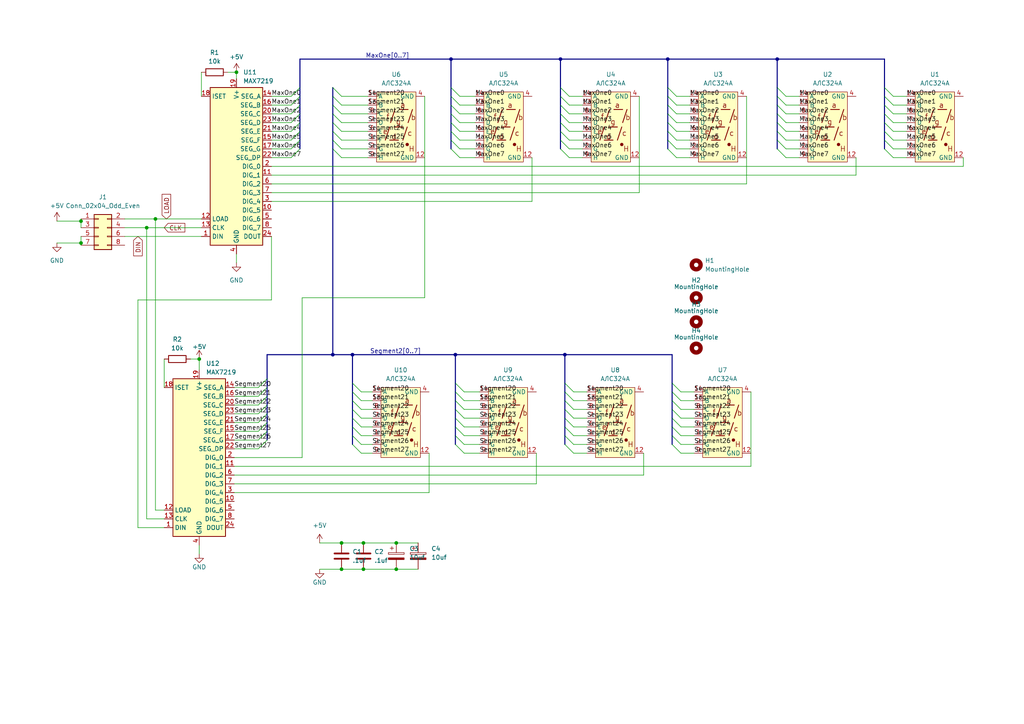
<source format=kicad_sch>
(kicad_sch (version 20230121) (generator eeschema)
  (paper "A4")
  (lib_symbols
    (symbol "ALS324A:ALS324A"
      (property "Reference" "U" (at 0 11.43 0))
      (property "Value" "АЛС324А" (at 0 8.89 0))
      (symbol "ALS324A_0_0"
        (polyline (pts (xy -2.54 -6.35) (xy -1.27 -2.54)) (stroke (width 0.254)))
        (polyline (pts (xy -1.27 -6.35) (xy 1.27 -6.35)) (stroke (width 0.254)))
        (polyline (pts (xy -1.016 -1.27) (xy 0.254 2.54)) (stroke (width 0.254)))
        (polyline (pts (xy 0 -2.54) (xy 2.54 -2.54)) (stroke (width 0.254)))
        (polyline (pts (xy 1.524 2.54) (xy 4.064 2.54)) (stroke (width 0.254)))
        (polyline (pts (xy 2.54 -6.35) (xy 3.81 -2.54)) (stroke (width 0.254)))
        (polyline (pts (xy 4.064 -1.27) (xy 5.334 2.54)) (stroke (width 0.254)))
        (text "a" (at 2.54 3.81 0) (effects (font (size 1.524 1.524))))
        (text "b" (at 5.588 0.254 0) (effects (font (size 1.524 1.524))))
        (text "c" (at 4.572 -4.318 0) (effects (font (size 1.524 1.524))))
        (text "d" (at 0 -5.334 0) (effects (font (size 1.524 1.524))))
        (text "f" (at -1.778 0.508 0) (effects (font (size 1.524 1.524))))
        (text "g" (at 1.27 -1.016 0) (effects (font (size 1.524 1.524))))
      )
      (symbol "ALS324A_0_1"
        (circle (center 3.81 -7.62) (radius 0.3556) (stroke (width 0.254)) (fill (type outline)))
      )
      (symbol "ALS324A_1_0"
        (text "e" (at -2.54 -3.81 0) (effects (font (size 1.524 1.524))))
        (text "H" (at 5.08 -8.89 0) (effects (font (size 1.524 1.524))))
      )
      (symbol "ALS324A_1_1"
        (rectangle (start -5.08 7.62) (end 6.35 -12.7) (fill (type background)))
        (pin input line (at -7.62 -6.35 0) (length 2.54) (name "F") (number "1"))
        (pin input line (at 8.89 -11.43 180) (length 2.54) (name "GND") (number "12"))
        (pin input line (at -7.62 3.81 0) (length 2.54) (name "B") (number "13"))
        (pin input line (at -7.62 6.35 0) (length 2.54) (name "A") (number "14"))
        (pin input line (at -7.62 -8.89 0) (length 2.54) (name "G") (number "2"))
        (pin input line (at 8.89 6.35 180) (length 2.54) (name "GND") (number "4"))
        (pin input line (at -7.62 -3.81 0) (length 2.54) (name "E") (number "6"))
        (pin input line (at -7.62 -1.27 0) (length 2.54) (name "D") (number "7"))
        (pin input line (at -7.62 1.27 0) (length 2.54) (name "C") (number "8"))
        (pin input line (at -7.62 -11.43 0) (length 2.54) (name "H") (number "9"))
      )
    )
    (symbol "Connector_Generic:Conn_02x04_Odd_Even" (pin_names (offset 1.016) hide)
      (property "Reference" "J" (at 1.27 5.08 0))
      (property "Value" "Conn_02x04_Odd_Even" (at 1.27 -7.62 0))
      (symbol "Conn_02x04_Odd_Even_1_1"
        (rectangle (start -1.27 -4.953) (end 0 -5.207) (stroke (width 0.1524)))
        (rectangle (start -1.27 -2.413) (end 0 -2.667) (stroke (width 0.1524)))
        (rectangle (start -1.27 0.127) (end 0 -0.127) (stroke (width 0.1524)))
        (rectangle (start -1.27 2.667) (end 0 2.413) (stroke (width 0.1524)))
        (rectangle (start -1.27 3.81) (end 3.81 -6.35) (stroke (width 0.254)) (fill (type background)))
        (rectangle (start 3.81 -4.953) (end 2.54 -5.207) (stroke (width 0.1524)))
        (rectangle (start 3.81 -2.413) (end 2.54 -2.667) (stroke (width 0.1524)))
        (rectangle (start 3.81 0.127) (end 2.54 -0.127) (stroke (width 0.1524)))
        (rectangle (start 3.81 2.667) (end 2.54 2.413) (stroke (width 0.1524)))
        (pin passive line (at -5.08 2.54 0) (length 3.81) (name "Pin_1") (number "1"))
        (pin passive line (at 7.62 2.54 180) (length 3.81) (name "Pin_2") (number "2"))
        (pin passive line (at -5.08 0 0) (length 3.81) (name "Pin_3") (number "3"))
        (pin passive line (at 7.62 0 180) (length 3.81) (name "Pin_4") (number "4"))
        (pin passive line (at -5.08 -2.54 0) (length 3.81) (name "Pin_5") (number "5"))
        (pin passive line (at 7.62 -2.54 180) (length 3.81) (name "Pin_6") (number "6"))
        (pin passive line (at -5.08 -5.08 0) (length 3.81) (name "Pin_7") (number "7"))
        (pin passive line (at 7.62 -5.08 180) (length 3.81) (name "Pin_8") (number "8"))
      )
    )
    (symbol "Device:C" (pin_numbers hide) (pin_names (offset 0.254))
      (property "Reference" "C" (at 0.635 2.54 0))
      (property "Value" "C" (at 0.635 -2.54 0))
      (symbol "C_0_1"
        (polyline (pts (xy -2.032 -0.762) (xy 2.032 -0.762)) (stroke (width 0.508)))
        (polyline (pts (xy -2.032 0.762) (xy 2.032 0.762)) (stroke (width 0.508)))
      )
      (symbol "C_1_1"
        (pin passive line (at 0 3.81 270) (length 2.794) (name "~") (number "1"))
        (pin passive line (at 0 -3.81 90) (length 2.794) (name "~") (number "2"))
      )
    )
    (symbol "Device:C_Polarized" (pin_numbers hide) (pin_names (offset 0.254))
      (property "Reference" "C" (at 0.635 2.54 0))
      (property "Value" "C_Polarized" (at 0.635 -2.54 0))
      (symbol "C_Polarized_0_1"
        (rectangle (start -2.286 0.508) (end 2.286 1.016))
        (polyline (pts (xy -1.778 2.286) (xy -0.762 2.286)))
        (polyline (pts (xy -1.27 2.794) (xy -1.27 1.778)))
        (rectangle (start 2.286 -0.508) (end -2.286 -1.016) (fill (type outline)))
      )
      (symbol "C_Polarized_1_1"
        (pin passive line (at 0 3.81 270) (length 2.794) (name "~") (number "1"))
        (pin passive line (at 0 -3.81 90) (length 2.794) (name "~") (number "2"))
      )
    )
    (symbol "Device:R" (pin_numbers hide) (pin_names (offset 0))
      (property "Reference" "R" (at 2.032 0 90))
      (property "Value" "R" (at 0 0 90))
      (symbol "R_0_1"
        (rectangle (start -1.016 -2.54) (end 1.016 2.54) (stroke (width 0.254)))
      )
      (symbol "R_1_1"
        (pin passive line (at 0 3.81 270) (length 1.27) (name "~") (number "1"))
        (pin passive line (at 0 -3.81 90) (length 1.27) (name "~") (number "2"))
      )
    )
    (symbol "Driver_LED:MAX7219"
      (property "Reference" "U" (at -6.35 24.13 0))
      (property "Value" "MAX7219" (at 1.27 25.4 0))
      (symbol "MAX7219_0_1"
        (rectangle (start -7.62 22.86) (end 7.62 -22.86) (stroke (width 0.254)) (fill (type background)))
      )
      (symbol "MAX7219_1_1"
        (pin input line (at -10.16 -20.32 0) (length 2.54) (name "DIN") (number "1"))
        (pin output line (at 10.16 -12.7 180) (length 2.54) (name "DIG_5") (number "10"))
        (pin output line (at 10.16 -2.54 180) (length 2.54) (name "DIG_1") (number "11"))
        (pin input line (at -10.16 -15.24 0) (length 2.54) (name "LOAD") (number "12"))
        (pin input line (at -10.16 -17.78 0) (length 2.54) (name "CLK") (number "13"))
        (pin output line (at 10.16 20.32 180) (length 2.54) (name "SEG_A") (number "14"))
        (pin output line (at 10.16 7.62 180) (length 2.54) (name "SEG_F") (number "15"))
        (pin output line (at 10.16 17.78 180) (length 2.54) (name "SEG_B") (number "16"))
        (pin output line (at 10.16 5.08 180) (length 2.54) (name "SEG_G") (number "17"))
        (pin input line (at -10.16 20.32 0) (length 2.54) (name "ISET") (number "18"))
        (pin power_in line (at 0 25.4 270) (length 2.54) (name "V+") (number "19"))
        (pin output line (at 10.16 0 180) (length 2.54) (name "DIG_0") (number "2"))
        (pin output line (at 10.16 15.24 180) (length 2.54) (name "SEG_C") (number "20"))
        (pin output line (at 10.16 10.16 180) (length 2.54) (name "SEG_E") (number "21"))
        (pin output line (at 10.16 2.54 180) (length 2.54) (name "SEG_DP") (number "22"))
        (pin output line (at 10.16 12.7 180) (length 2.54) (name "SEG_D") (number "23"))
        (pin output line (at 10.16 -20.32 180) (length 2.54) (name "DOUT") (number "24"))
        (pin output line (at 10.16 -10.16 180) (length 2.54) (name "DIG_4") (number "3"))
        (pin power_in line (at 0 -25.4 90) (length 2.54) (name "GND") (number "4"))
        (pin output line (at 10.16 -15.24 180) (length 2.54) (name "DIG_6") (number "5"))
        (pin output line (at 10.16 -5.08 180) (length 2.54) (name "DIG_2") (number "6"))
        (pin output line (at 10.16 -7.62 180) (length 2.54) (name "DIG_3") (number "7"))
        (pin output line (at 10.16 -17.78 180) (length 2.54) (name "DIG_7") (number "8"))
        (pin passive line (at 0 -25.4 90) (length 2.54) hide (name "GND") (number "9"))
      )
    )
    (symbol "Mechanical:MountingHole" (pin_names (offset 1.016))
      (property "Reference" "H" (at 0 5.08 0))
      (property "Value" "MountingHole" (at 0 3.175 0))
      (symbol "MountingHole_0_1"
        (circle (center 0 0) (radius 1.27) (stroke (width 1.27)))
      )
    )
    (symbol "power:+5V" (power) (pin_names (offset 0))
      (property "Value" "+5V" (at 0 3.556 0))
      (symbol "+5V_0_1"
        (polyline (pts (xy -0.762 1.27) (xy 0 2.54)))
        (polyline (pts (xy 0 0) (xy 0 2.54)))
        (polyline (pts (xy 0 2.54) (xy 0.762 1.27)))
      )
      (symbol "+5V_1_1"
        (pin power_in line (at 0 0 90) (length 0) hide (name "+5V") (number "1"))
      )
    )
    (symbol "power:GND" (power) (pin_names (offset 0))
      (property "Value" "GND" (at 0 -3.81 0))
      (symbol "GND_0_1"
        (polyline (pts (xy 0 0) (xy 0 -1.27) (xy 1.27 -1.27) (xy 0 -2.54) (xy -1.27 -1.27) (xy 0 -1.27)))
      )
      (symbol "GND_1_1"
        (pin power_in line (at 0 0 270) (length 0) hide (name "GND") (number "1"))
      )
    )
  )
  (junction (at 225.425 17.145))
  (junction (at 99.06 165.1))
  (junction (at 105.41 165.1))
  (junction (at 163.83 102.87))
  (junction (at 105.41 157.48))
  (junction (at 45.085 63.5))
  (junction (at 162.56 17.145))
  (junction (at 130.81 17.145))
  (junction (at 114.935 157.48))
  (junction (at 23.495 70.485))
  (junction (at 99.06 157.48))
  (junction (at 96.52 102.87))
  (junction (at 23.495 64.135))
  (junction (at 132.08 102.87))
  (junction (at 57.785 104.14))
  (junction (at 42.545 66.04))
  (junction (at 68.58 20.955))
  (junction (at 102.235 102.87))
  (junction (at 114.935 165.1))
  (junction (at 193.675 17.145))
  (bus_entry (at 96.52 40.64) (size 2.54 2.54))
  (bus_entry (at 96.52 30.48) (size 2.54 2.54))
  (bus_entry (at 162.56 43.18) (size 2.54 2.54))
  (bus_entry (at 256.54 43.18) (size 2.54 2.54))
  (bus_entry (at 225.425 33.02) (size 2.54 2.54))
  (bus_entry (at 256.54 27.94) (size 2.54 2.54))
  (bus_entry (at 193.675 40.64) (size 2.54 2.54))
  (bus_entry (at 163.83 128.905) (size 2.54 2.54))
  (bus_entry (at 194.945 128.905) (size 2.54 2.54))
  (bus_entry (at 256.54 35.56) (size 2.54 2.54))
  (bus_entry (at 77.47 122.555) (size -2.54 2.54))
  (bus_entry (at 77.47 109.855) (size -2.54 2.54))
  (bus_entry (at 102.235 128.905) (size 2.54 2.54))
  (bus_entry (at 162.56 38.1) (size 2.54 2.54))
  (bus_entry (at 86.995 33.02) (size -2.54 2.54))
  (bus_entry (at 225.425 38.1) (size 2.54 2.54))
  (bus_entry (at 77.47 125.095) (size -2.54 2.54))
  (bus_entry (at 256.54 40.64) (size 2.54 2.54))
  (bus_entry (at 96.52 35.56) (size 2.54 2.54))
  (bus_entry (at 163.83 116.205) (size 2.54 2.54))
  (bus_entry (at 193.675 38.1) (size 2.54 2.54))
  (bus_entry (at 163.83 118.745) (size 2.54 2.54))
  (bus_entry (at 102.235 111.125) (size 2.54 2.54))
  (bus_entry (at 132.08 113.665) (size 2.54 2.54))
  (bus_entry (at 86.995 38.1) (size -2.54 2.54))
  (bus_entry (at 77.47 112.395) (size -2.54 2.54))
  (bus_entry (at 225.425 35.56) (size 2.54 2.54))
  (bus_entry (at 86.995 43.18) (size -2.54 2.54))
  (bus_entry (at 193.675 43.18) (size 2.54 2.54))
  (bus_entry (at 130.81 43.18) (size 2.54 2.54))
  (bus_entry (at 194.945 126.365) (size 2.54 2.54))
  (bus_entry (at 96.52 25.4) (size 2.54 2.54))
  (bus_entry (at 162.56 27.94) (size 2.54 2.54))
  (bus_entry (at 86.995 35.56) (size -2.54 2.54))
  (bus_entry (at 162.56 30.48) (size 2.54 2.54))
  (bus_entry (at 163.83 111.125) (size 2.54 2.54))
  (bus_entry (at 163.83 126.365) (size 2.54 2.54))
  (bus_entry (at 86.995 40.64) (size -2.54 2.54))
  (bus_entry (at 77.47 114.935) (size -2.54 2.54))
  (bus_entry (at 102.235 123.825) (size 2.54 2.54))
  (bus_entry (at 193.675 25.4) (size 2.54 2.54))
  (bus_entry (at 194.945 118.745) (size 2.54 2.54))
  (bus_entry (at 130.81 25.4) (size 2.54 2.54))
  (bus_entry (at 162.56 33.02) (size 2.54 2.54))
  (bus_entry (at 77.47 117.475) (size -2.54 2.54))
  (bus_entry (at 102.235 126.365) (size 2.54 2.54))
  (bus_entry (at 77.47 127.635) (size -2.54 2.54))
  (bus_entry (at 77.47 120.015) (size -2.54 2.54))
  (bus_entry (at 194.945 123.825) (size 2.54 2.54))
  (bus_entry (at 132.08 123.825) (size 2.54 2.54))
  (bus_entry (at 132.08 118.745) (size 2.54 2.54))
  (bus_entry (at 193.675 30.48) (size 2.54 2.54))
  (bus_entry (at 130.81 40.64) (size 2.54 2.54))
  (bus_entry (at 96.52 27.94) (size 2.54 2.54))
  (bus_entry (at 102.235 113.665) (size 2.54 2.54))
  (bus_entry (at 194.945 113.665) (size 2.54 2.54))
  (bus_entry (at 225.425 27.94) (size 2.54 2.54))
  (bus_entry (at 102.235 121.285) (size 2.54 2.54))
  (bus_entry (at 96.52 43.18) (size 2.54 2.54))
  (bus_entry (at 162.56 25.4) (size 2.54 2.54))
  (bus_entry (at 194.945 116.205) (size 2.54 2.54))
  (bus_entry (at 193.675 33.02) (size 2.54 2.54))
  (bus_entry (at 194.945 111.125) (size 2.54 2.54))
  (bus_entry (at 193.675 35.56) (size 2.54 2.54))
  (bus_entry (at 256.54 33.02) (size 2.54 2.54))
  (bus_entry (at 102.235 118.745) (size 2.54 2.54))
  (bus_entry (at 132.08 126.365) (size 2.54 2.54))
  (bus_entry (at 132.08 128.905) (size 2.54 2.54))
  (bus_entry (at 86.995 30.48) (size -2.54 2.54))
  (bus_entry (at 256.54 38.1) (size 2.54 2.54))
  (bus_entry (at 130.81 33.02) (size 2.54 2.54))
  (bus_entry (at 86.995 27.94) (size -2.54 2.54))
  (bus_entry (at 130.81 27.94) (size 2.54 2.54))
  (bus_entry (at 96.52 33.02) (size 2.54 2.54))
  (bus_entry (at 86.995 25.4) (size -2.54 2.54))
  (bus_entry (at 225.425 25.4) (size 2.54 2.54))
  (bus_entry (at 193.675 27.94) (size 2.54 2.54))
  (bus_entry (at 132.08 111.125) (size 2.54 2.54))
  (bus_entry (at 96.52 38.1) (size 2.54 2.54))
  (bus_entry (at 130.81 38.1) (size 2.54 2.54))
  (bus_entry (at 130.81 30.48) (size 2.54 2.54))
  (bus_entry (at 163.83 121.285) (size 2.54 2.54))
  (bus_entry (at 225.425 30.48) (size 2.54 2.54))
  (bus_entry (at 162.56 40.64) (size 2.54 2.54))
  (bus_entry (at 256.54 30.48) (size 2.54 2.54))
  (bus_entry (at 130.81 35.56) (size 2.54 2.54))
  (bus_entry (at 256.54 25.4) (size 2.54 2.54))
  (bus_entry (at 194.945 121.285) (size 2.54 2.54))
  (bus_entry (at 162.56 35.56) (size 2.54 2.54))
  (bus_entry (at 102.235 116.205) (size 2.54 2.54))
  (bus_entry (at 225.425 40.64) (size 2.54 2.54))
  (bus_entry (at 225.425 43.18) (size 2.54 2.54))
  (bus_entry (at 163.83 113.665) (size 2.54 2.54))
  (bus_entry (at 132.08 121.285) (size 2.54 2.54))
  (bus_entry (at 132.08 116.205) (size 2.54 2.54))
  (bus_entry (at 163.83 123.825) (size 2.54 2.54))
  (wire (pts (xy 259.08 27.94) (xy 262.89 27.94)))
  (wire (pts (xy 16.51 70.485) (xy 23.495 70.485)))
  (wire (pts (xy 78.74 38.1) (xy 84.455 38.1)))
  (bus (pts (xy 96.52 40.64) (xy 96.52 43.18)))
  (bus (pts (xy 77.47 120.015) (xy 77.47 122.555)))
  (wire (pts (xy 259.08 33.02) (xy 262.89 33.02)))
  (bus (pts (xy 86.995 17.145) (xy 86.995 25.4)))
  (bus (pts (xy 77.47 125.095) (xy 77.47 127.635)))
  (bus (pts (xy 256.54 27.94) (xy 256.54 30.48)))
  (wire (pts (xy 105.41 165.1) (xy 114.935 165.1)))
  (bus (pts (xy 130.81 30.48) (xy 130.81 33.02)))
  (wire (pts (xy 67.945 130.175) (xy 74.93 130.175)))
  (wire (pts (xy 99.06 45.72) (xy 106.68 45.72)))
  (wire (pts (xy 67.945 112.395) (xy 74.93 112.395)))
  (wire (pts (xy 134.62 128.905) (xy 139.065 128.905)))
  (wire (pts (xy 165.1 27.94) (xy 168.91 27.94)))
  (wire (pts (xy 196.215 45.72) (xy 200.025 45.72)))
  (bus (pts (xy 225.425 17.145) (xy 256.54 17.145)))
  (wire (pts (xy 40.005 153.035) (xy 47.625 153.035)))
  (wire (pts (xy 133.35 43.18) (xy 137.795 43.18)))
  (bus (pts (xy 132.08 118.745) (xy 132.08 121.285)))
  (wire (pts (xy 104.775 116.205) (xy 107.95 116.205)))
  (wire (pts (xy 36.195 68.58) (xy 58.42 68.58)))
  (wire (pts (xy 196.215 35.56) (xy 200.025 35.56)))
  (wire (pts (xy 166.37 118.745) (xy 170.18 118.745)))
  (wire (pts (xy 47.625 150.495) (xy 42.545 150.495)))
  (bus (pts (xy 193.675 33.02) (xy 193.675 35.56)))
  (wire (pts (xy 165.1 30.48) (xy 168.91 30.48)))
  (wire (pts (xy 165.1 45.72) (xy 168.91 45.72)))
  (wire (pts (xy 66.04 20.955) (xy 68.58 20.955)))
  (bus (pts (xy 96.52 38.1) (xy 96.52 40.64)))
  (wire (pts (xy 124.46 142.875) (xy 67.945 142.875)))
  (bus (pts (xy 77.47 122.555) (xy 77.47 125.095)))
  (bus (pts (xy 194.945 102.87) (xy 194.945 111.125)))
  (wire (pts (xy 57.785 158.115) (xy 57.785 160.655)))
  (wire (pts (xy 197.485 126.365) (xy 201.295 126.365)))
  (wire (pts (xy 92.71 157.48) (xy 99.06 157.48)))
  (wire (pts (xy 99.06 165.1) (xy 105.41 165.1)))
  (wire (pts (xy 227.965 40.64) (xy 231.775 40.64)))
  (wire (pts (xy 58.42 20.955) (xy 58.42 27.94)))
  (wire (pts (xy 78.74 48.26) (xy 279.4 48.26)))
  (wire (pts (xy 99.06 27.94) (xy 106.68 27.94)))
  (wire (pts (xy 196.215 33.02) (xy 200.025 33.02)))
  (bus (pts (xy 86.995 17.145) (xy 130.81 17.145)))
  (bus (pts (xy 162.56 35.56) (xy 162.56 38.1)))
  (bus (pts (xy 102.235 102.87) (xy 132.08 102.87)))
  (bus (pts (xy 193.675 17.145) (xy 193.675 25.4)))
  (wire (pts (xy 47.625 104.14) (xy 47.625 112.395)))
  (wire (pts (xy 123.19 27.94) (xy 123.19 86.36)))
  (wire (pts (xy 166.37 121.285) (xy 170.18 121.285)))
  (wire (pts (xy 259.08 38.1) (xy 262.89 38.1)))
  (wire (pts (xy 23.495 63.5) (xy 23.495 64.135)))
  (wire (pts (xy 104.775 121.285) (xy 107.95 121.285)))
  (wire (pts (xy 68.58 20.955) (xy 68.58 22.86)))
  (bus (pts (xy 162.56 38.1) (xy 162.56 40.64)))
  (wire (pts (xy 166.37 113.665) (xy 170.18 113.665)))
  (wire (pts (xy 78.74 86.995) (xy 40.005 86.995)))
  (wire (pts (xy 196.215 43.18) (xy 200.025 43.18)))
  (wire (pts (xy 104.775 126.365) (xy 107.95 126.365)))
  (wire (pts (xy 40.005 86.995) (xy 40.005 153.035)))
  (wire (pts (xy 134.62 123.825) (xy 139.065 123.825)))
  (bus (pts (xy 86.995 40.64) (xy 86.995 43.18)))
  (bus (pts (xy 193.675 38.1) (xy 193.675 40.64)))
  (bus (pts (xy 86.995 30.48) (xy 86.995 33.02)))
  (bus (pts (xy 130.81 25.4) (xy 130.81 27.94)))
  (bus (pts (xy 102.235 111.125) (xy 102.235 113.665)))
  (wire (pts (xy 186.69 131.445) (xy 186.69 137.795)))
  (bus (pts (xy 96.52 43.18) (xy 96.52 102.87)))
  (wire (pts (xy 134.62 126.365) (xy 139.065 126.365)))
  (wire (pts (xy 67.945 114.935) (xy 74.93 114.935)))
  (wire (pts (xy 166.37 116.205) (xy 170.18 116.205)))
  (wire (pts (xy 133.35 35.56) (xy 137.795 35.56)))
  (bus (pts (xy 256.54 17.145) (xy 256.54 25.4)))
  (wire (pts (xy 99.06 40.64) (xy 106.68 40.64)))
  (bus (pts (xy 225.425 30.48) (xy 225.425 33.02)))
  (bus (pts (xy 162.56 17.145) (xy 162.56 25.4)))
  (wire (pts (xy 78.74 40.64) (xy 84.455 40.64)))
  (bus (pts (xy 130.81 33.02) (xy 130.81 35.56)))
  (wire (pts (xy 134.62 118.745) (xy 139.065 118.745)))
  (bus (pts (xy 86.995 27.94) (xy 86.995 30.48)))
  (wire (pts (xy 36.195 66.04) (xy 42.545 66.04)))
  (wire (pts (xy 185.42 27.94) (xy 185.42 55.88)))
  (wire (pts (xy 67.945 117.475) (xy 74.93 117.475)))
  (wire (pts (xy 133.35 40.64) (xy 137.795 40.64)))
  (wire (pts (xy 134.62 131.445) (xy 139.065 131.445)))
  (bus (pts (xy 86.995 35.56) (xy 86.995 38.1)))
  (wire (pts (xy 99.06 38.1) (xy 106.68 38.1)))
  (wire (pts (xy 196.215 27.94) (xy 200.025 27.94)))
  (bus (pts (xy 77.47 117.475) (xy 77.47 120.015)))
  (bus (pts (xy 194.945 113.665) (xy 194.945 116.205)))
  (bus (pts (xy 194.945 126.365) (xy 194.945 128.905)))
  (bus (pts (xy 102.235 113.665) (xy 102.235 116.205)))
  (bus (pts (xy 193.675 30.48) (xy 193.675 33.02)))
  (wire (pts (xy 196.215 40.64) (xy 200.025 40.64)))
  (bus (pts (xy 132.08 116.205) (xy 132.08 118.745)))
  (wire (pts (xy 45.085 147.955) (xy 47.625 147.955)))
  (bus (pts (xy 163.83 116.205) (xy 163.83 118.745)))
  (wire (pts (xy 67.945 127.635) (xy 74.93 127.635)))
  (bus (pts (xy 163.83 111.125) (xy 163.83 113.665)))
  (wire (pts (xy 259.08 45.72) (xy 262.89 45.72)))
  (wire (pts (xy 197.485 123.825) (xy 201.295 123.825)))
  (wire (pts (xy 45.085 63.5) (xy 45.085 147.955)))
  (bus (pts (xy 194.945 118.745) (xy 194.945 121.285)))
  (bus (pts (xy 193.675 25.4) (xy 193.675 27.94)))
  (wire (pts (xy 186.69 137.795) (xy 67.945 137.795)))
  (wire (pts (xy 67.945 122.555) (xy 74.93 122.555)))
  (bus (pts (xy 256.54 25.4) (xy 256.54 27.94)))
  (wire (pts (xy 227.965 45.72) (xy 231.775 45.72)))
  (wire (pts (xy 114.935 157.48) (xy 121.285 157.48)))
  (bus (pts (xy 130.81 17.145) (xy 130.81 25.4)))
  (wire (pts (xy 67.945 120.015) (xy 74.93 120.015)))
  (bus (pts (xy 132.08 123.825) (xy 132.08 126.365)))
  (bus (pts (xy 163.83 126.365) (xy 163.83 128.905)))
  (wire (pts (xy 133.35 38.1) (xy 137.795 38.1)))
  (wire (pts (xy 68.58 73.66) (xy 68.58 76.2)))
  (wire (pts (xy 279.4 48.26) (xy 279.4 45.72)))
  (bus (pts (xy 163.83 118.745) (xy 163.83 121.285)))
  (bus (pts (xy 225.425 27.94) (xy 225.425 30.48)))
  (wire (pts (xy 99.06 33.02) (xy 106.68 33.02)))
  (bus (pts (xy 102.235 126.365) (xy 102.235 128.905)))
  (bus (pts (xy 256.54 33.02) (xy 256.54 35.56)))
  (bus (pts (xy 194.945 111.125) (xy 194.945 113.665)))
  (wire (pts (xy 165.1 33.02) (xy 168.91 33.02)))
  (wire (pts (xy 104.775 128.905) (xy 107.95 128.905)))
  (wire (pts (xy 36.195 63.5) (xy 45.085 63.5)))
  (wire (pts (xy 67.945 125.095) (xy 74.93 125.095)))
  (bus (pts (xy 162.56 27.94) (xy 162.56 30.48)))
  (wire (pts (xy 133.35 27.94) (xy 137.795 27.94)))
  (bus (pts (xy 86.995 38.1) (xy 86.995 40.64)))
  (bus (pts (xy 256.54 35.56) (xy 256.54 38.1)))
  (wire (pts (xy 217.805 113.665) (xy 217.805 135.255)))
  (bus (pts (xy 256.54 38.1) (xy 256.54 40.64)))
  (wire (pts (xy 87.63 132.715) (xy 67.945 132.715)))
  (wire (pts (xy 165.1 40.64) (xy 168.91 40.64)))
  (wire (pts (xy 154.305 45.72) (xy 154.305 58.42)))
  (wire (pts (xy 196.215 38.1) (xy 200.025 38.1)))
  (bus (pts (xy 225.425 17.145) (xy 225.425 25.4)))
  (wire (pts (xy 78.74 53.34) (xy 216.535 53.34)))
  (wire (pts (xy 58.42 63.5) (xy 45.085 63.5)))
  (bus (pts (xy 77.47 102.87) (xy 77.47 109.855)))
  (wire (pts (xy 67.945 135.255) (xy 217.805 135.255)))
  (wire (pts (xy 154.305 58.42) (xy 78.74 58.42)))
  (bus (pts (xy 96.52 27.94) (xy 96.52 30.48)))
  (wire (pts (xy 166.37 126.365) (xy 170.18 126.365)))
  (wire (pts (xy 78.74 30.48) (xy 84.455 30.48)))
  (bus (pts (xy 225.425 40.64) (xy 225.425 43.18)))
  (bus (pts (xy 225.425 33.02) (xy 225.425 35.56)))
  (wire (pts (xy 99.06 43.18) (xy 106.68 43.18)))
  (wire (pts (xy 55.245 104.14) (xy 57.785 104.14)))
  (bus (pts (xy 130.81 38.1) (xy 130.81 40.64)))
  (bus (pts (xy 132.08 102.87) (xy 163.83 102.87)))
  (wire (pts (xy 78.74 43.18) (xy 84.455 43.18)))
  (wire (pts (xy 99.06 35.56) (xy 106.68 35.56)))
  (wire (pts (xy 197.485 128.905) (xy 201.295 128.905)))
  (bus (pts (xy 132.08 111.125) (xy 132.08 113.665)))
  (wire (pts (xy 23.495 64.135) (xy 23.495 66.04)))
  (bus (pts (xy 163.83 123.825) (xy 163.83 126.365)))
  (bus (pts (xy 102.235 116.205) (xy 102.235 118.745)))
  (wire (pts (xy 133.35 30.48) (xy 137.795 30.48)))
  (bus (pts (xy 256.54 30.48) (xy 256.54 33.02)))
  (bus (pts (xy 193.675 35.56) (xy 193.675 38.1)))
  (wire (pts (xy 78.74 27.94) (xy 84.455 27.94)))
  (wire (pts (xy 123.19 86.36) (xy 87.63 86.36)))
  (wire (pts (xy 248.285 50.8) (xy 78.74 50.8)))
  (wire (pts (xy 42.545 150.495) (xy 42.545 66.04)))
  (wire (pts (xy 259.08 35.56) (xy 262.89 35.56)))
  (wire (pts (xy 227.965 27.94) (xy 231.775 27.94)))
  (wire (pts (xy 227.965 30.48) (xy 231.775 30.48)))
  (bus (pts (xy 132.08 113.665) (xy 132.08 116.205)))
  (wire (pts (xy 259.08 40.64) (xy 262.89 40.64)))
  (wire (pts (xy 227.965 43.18) (xy 231.775 43.18)))
  (bus (pts (xy 96.52 35.56) (xy 96.52 38.1)))
  (wire (pts (xy 134.62 121.285) (xy 139.065 121.285)))
  (bus (pts (xy 96.52 25.4) (xy 96.52 27.94)))
  (bus (pts (xy 77.47 102.87) (xy 96.52 102.87)))
  (bus (pts (xy 77.47 112.395) (xy 77.47 114.935)))
  (bus (pts (xy 162.56 30.48) (xy 162.56 33.02)))
  (wire (pts (xy 104.775 113.665) (xy 107.95 113.665)))
  (wire (pts (xy 166.37 123.825) (xy 170.18 123.825)))
  (bus (pts (xy 194.945 123.825) (xy 194.945 126.365)))
  (bus (pts (xy 193.675 17.145) (xy 225.425 17.145)))
  (bus (pts (xy 256.54 40.64) (xy 256.54 43.18)))
  (wire (pts (xy 87.63 86.36) (xy 87.63 132.715)))
  (bus (pts (xy 130.81 17.145) (xy 162.56 17.145)))
  (wire (pts (xy 259.08 43.18) (xy 262.89 43.18)))
  (wire (pts (xy 92.71 165.1) (xy 99.06 165.1)))
  (bus (pts (xy 162.56 40.64) (xy 162.56 43.18)))
  (wire (pts (xy 133.35 33.02) (xy 137.795 33.02)))
  (wire (pts (xy 78.74 68.58) (xy 78.74 86.995)))
  (bus (pts (xy 96.52 33.02) (xy 96.52 35.56)))
  (wire (pts (xy 197.485 121.285) (xy 201.295 121.285)))
  (wire (pts (xy 134.62 116.205) (xy 139.065 116.205)))
  (wire (pts (xy 197.485 131.445) (xy 201.295 131.445)))
  (bus (pts (xy 225.425 38.1) (xy 225.425 40.64)))
  (wire (pts (xy 23.495 68.58) (xy 23.495 70.485)))
  (wire (pts (xy 114.935 165.1) (xy 121.285 165.1)))
  (bus (pts (xy 193.675 27.94) (xy 193.675 30.48)))
  (bus (pts (xy 102.235 118.745) (xy 102.235 121.285)))
  (bus (pts (xy 77.47 114.935) (xy 77.47 117.475)))
  (wire (pts (xy 197.485 116.205) (xy 201.295 116.205)))
  (wire (pts (xy 57.785 104.14) (xy 57.785 107.315)))
  (bus (pts (xy 132.08 121.285) (xy 132.08 123.825)))
  (bus (pts (xy 96.52 102.87) (xy 102.235 102.87)))
  (wire (pts (xy 78.74 33.02) (xy 84.455 33.02)))
  (wire (pts (xy 248.285 45.72) (xy 248.285 50.8)))
  (wire (pts (xy 104.775 123.825) (xy 107.95 123.825)))
  (bus (pts (xy 132.08 126.365) (xy 132.08 128.905)))
  (bus (pts (xy 162.56 17.145) (xy 193.675 17.145)))
  (wire (pts (xy 104.775 131.445) (xy 107.95 131.445)))
  (wire (pts (xy 99.06 157.48) (xy 105.41 157.48)))
  (wire (pts (xy 23.495 70.485) (xy 23.495 71.12)))
  (wire (pts (xy 134.62 113.665) (xy 139.065 113.665)))
  (wire (pts (xy 155.575 131.445) (xy 155.575 140.335)))
  (wire (pts (xy 166.37 131.445) (xy 170.18 131.445)))
  (bus (pts (xy 225.425 35.56) (xy 225.425 38.1)))
  (wire (pts (xy 105.41 157.48) (xy 114.935 157.48)))
  (wire (pts (xy 133.35 45.72) (xy 137.795 45.72)))
  (wire (pts (xy 78.74 45.72) (xy 84.455 45.72)))
  (bus (pts (xy 225.425 25.4) (xy 225.425 27.94)))
  (bus (pts (xy 194.945 121.285) (xy 194.945 123.825)))
  (bus (pts (xy 163.83 113.665) (xy 163.83 116.205)))
  (bus (pts (xy 163.83 102.87) (xy 163.83 111.125)))
  (bus (pts (xy 86.995 33.02) (xy 86.995 35.56)))
  (bus (pts (xy 102.235 102.87) (xy 102.235 111.125)))
  (wire (pts (xy 165.1 38.1) (xy 168.91 38.1)))
  (wire (pts (xy 124.46 131.445) (xy 124.46 142.875)))
  (wire (pts (xy 104.775 118.745) (xy 107.95 118.745)))
  (bus (pts (xy 77.47 109.855) (xy 77.47 112.395)))
  (bus (pts (xy 130.81 27.94) (xy 130.81 30.48)))
  (wire (pts (xy 99.06 30.48) (xy 106.68 30.48)))
  (wire (pts (xy 165.1 43.18) (xy 168.91 43.18)))
  (bus (pts (xy 130.81 40.64) (xy 130.81 43.18)))
  (bus (pts (xy 163.83 121.285) (xy 163.83 123.825)))
  (wire (pts (xy 78.74 35.56) (xy 84.455 35.56)))
  (wire (pts (xy 259.08 30.48) (xy 262.89 30.48)))
  (bus (pts (xy 132.08 102.87) (xy 132.08 111.125)))
  (wire (pts (xy 227.965 38.1) (xy 231.775 38.1)))
  (bus (pts (xy 86.995 25.4) (xy 86.995 27.94)))
  (wire (pts (xy 197.485 113.665) (xy 201.295 113.665)))
  (bus (pts (xy 102.235 121.285) (xy 102.235 123.825)))
  (bus (pts (xy 102.235 123.825) (xy 102.235 126.365)))
  (bus (pts (xy 194.945 116.205) (xy 194.945 118.745)))
  (bus (pts (xy 193.675 40.64) (xy 193.675 43.18)))
  (wire (pts (xy 227.965 33.02) (xy 231.775 33.02)))
  (wire (pts (xy 16.51 64.135) (xy 23.495 64.135)))
  (bus (pts (xy 96.52 30.48) (xy 96.52 33.02)))
  (wire (pts (xy 185.42 55.88) (xy 78.74 55.88)))
  (wire (pts (xy 165.1 35.56) (xy 168.91 35.56)))
  (wire (pts (xy 197.485 118.745) (xy 201.295 118.745)))
  (bus (pts (xy 162.56 33.02) (xy 162.56 35.56)))
  (bus (pts (xy 130.81 35.56) (xy 130.81 38.1)))
  (wire (pts (xy 227.965 35.56) (xy 231.775 35.56)))
  (wire (pts (xy 196.215 30.48) (xy 200.025 30.48)))
  (wire (pts (xy 166.37 128.905) (xy 170.18 128.905)))
  (wire (pts (xy 155.575 140.335) (xy 67.945 140.335)))
  (wire (pts (xy 42.545 66.04) (xy 58.42 66.04)))
  (wire (pts (xy 216.535 27.94) (xy 216.535 53.34)))
  (bus (pts (xy 163.83 102.87) (xy 194.945 102.87)))
  (bus (pts (xy 162.56 25.4) (xy 162.56 27.94)))
  (label "MaxOne1" (at 78.74 30.48 0))
  (label "Segment22" (at 67.945 117.475 0))
  (label "MaxOne1" (at 168.91 30.48 0))
  (label "MaxOne3" (at 168.91 35.56 0))
  (label "Segment23" (at 170.18 121.285 0))
  (label "MaxOne1" (at 137.795 30.48 0))
  (label "MaxOne6" (at 262.89 43.18 0))
  (label "Segment24" (at 170.18 123.825 0))
  (label "Segment2[0..7]" (at 107.315 102.87 0))
  (label "MaxOne0" (at 200.025 27.94 0))
  (label "MaxOne5" (at 200.025 40.64 0))
  (label "MaxOne0" (at 137.795 27.94 0))
  (label "MaxOne7" (at 200.025 45.72 0))
  (label "MaxOne0" (at 168.91 27.94 0))
  (label "Segment22" (at 139.065 118.745 0))
  (label "MaxOne7" (at 262.89 45.72 0))
  (label "MaxOne7" (at 168.91 45.72 0))
  (label "Segment21" (at 67.945 114.935 0))
  (label "Segment22" (at 106.68 33.02 0))
  (label "Segment26" (at 170.18 128.905 0))
  (label "MaxOne5" (at 137.795 40.64 0))
  (label "Segment21" (at 107.95 116.205 0))
  (label "MaxOne3" (at 231.775 35.56 0))
  (label "MaxOne1" (at 231.775 30.48 0))
  (label "MaxOne4" (at 262.89 38.1 0))
  (label "Segment25" (at 107.95 126.365 0))
  (label "Segment24" (at 201.295 123.825 0))
  (label "MaxOne3" (at 262.89 35.56 0))
  (label "Segment26" (at 107.95 128.905 0))
  (label "Segment25" (at 170.18 126.365 0))
  (label "Segment26" (at 67.945 127.635 0))
  (label "Segment27" (at 106.68 45.72 0))
  (label "MaxOne4" (at 168.91 38.1 0))
  (label "Segment21" (at 139.065 116.205 0))
  (label "Segment22" (at 107.95 118.745 0))
  (label "MaxOne2" (at 262.89 33.02 0))
  (label "Segment21" (at 106.68 30.48 0))
  (label "MaxOne6" (at 168.91 43.18 0))
  (label "MaxOne6" (at 137.795 43.18 0))
  (label "Segment23" (at 106.68 35.56 0))
  (label "Segment25" (at 67.945 125.095 0))
  (label "Segment24" (at 107.95 123.825 0))
  (label "Segment27" (at 139.065 131.445 0))
  (label "MaxOne7" (at 137.795 45.72 0))
  (label "Segment25" (at 139.065 126.365 0))
  (label "MaxOne3" (at 78.74 35.56 0))
  (label "Segment23" (at 139.065 121.285 0))
  (label "Segment20" (at 139.065 113.665 0))
  (label "Segment20" (at 67.945 112.395 0))
  (label "MaxOne3" (at 137.795 35.56 0))
  (label "MaxOne6" (at 78.74 43.18 0))
  (label "MaxOne5" (at 231.775 40.64 0))
  (label "Segment22" (at 201.295 118.745 0))
  (label "MaxOne1" (at 262.89 30.48 0))
  (label "MaxOne2" (at 137.795 33.02 0))
  (label "MaxOne4" (at 78.74 38.1 0))
  (label "MaxOne4" (at 231.775 38.1 0))
  (label "MaxOne2" (at 168.91 33.02 0))
  (label "MaxOne[0..7]" (at 106.045 17.145 0))
  (label "MaxOne3" (at 200.025 35.56 0))
  (label "MaxOne4" (at 200.025 38.1 0))
  (label "Segment21" (at 170.18 116.205 0))
  (label "Segment27" (at 107.95 131.445 0))
  (label "MaxOne0" (at 262.89 27.94 0))
  (label "MaxOne5" (at 168.91 40.64 0))
  (label "Segment22" (at 170.18 118.745 0))
  (label "Segment27" (at 201.295 131.445 0))
  (label "MaxOne6" (at 231.775 43.18 0))
  (label "MaxOne5" (at 262.89 40.64 0))
  (label "Segment24" (at 67.945 122.555 0))
  (label "Segment23" (at 107.95 121.285 0))
  (label "Segment26" (at 106.68 43.18 0))
  (label "MaxOne7" (at 78.74 45.72 0))
  (label "MaxOne0" (at 78.74 27.94 0))
  (label "Segment20" (at 201.295 113.665 0))
  (label "Segment24" (at 139.065 123.825 0))
  (label "Segment27" (at 170.18 131.445 0))
  (label "Segment20" (at 106.68 27.94 0))
  (label "MaxOne6" (at 200.025 43.18 0))
  (label "MaxOne2" (at 78.74 33.02 0))
  (label "MaxOne5" (at 78.74 40.64 0))
  (label "Segment24" (at 106.68 38.1 0))
  (label "MaxOne1" (at 200.025 30.48 0))
  (label "Segment26" (at 139.065 128.905 0))
  (label "MaxOne2" (at 231.775 33.02 0))
  (label "MaxOne2" (at 200.025 33.02 0))
  (label "Segment25" (at 106.68 40.64 0))
  (label "Segment20" (at 170.18 113.665 0))
  (label "MaxOne7" (at 231.775 45.72 0))
  (label "Segment23" (at 201.295 121.285 0))
  (label "Segment21" (at 201.295 116.205 0))
  (label "Segment27" (at 67.945 130.175 0))
  (label "MaxOne4" (at 137.795 38.1 0))
  (label "Segment26" (at 201.295 128.905 0))
  (label "Segment20" (at 107.95 113.665 0))
  (label "Segment23" (at 67.945 120.015 0))
  (label "Segment25" (at 201.295 126.365 0))
  (label "MaxOne0" (at 231.775 27.94 0))
  (global_label "CLK" (shape input) (at 47.625 66.04 0) (property "Intersheetrefs" "${INTERSHEET_REFS}" (effects hide)))
  (global_label "LOAD" (shape input) (at 48.26 63.5 90) (property "Intersheetrefs" "${INTERSHEET_REFS}" (effects hide)))
  (global_label "DIN" (shape input) (at 40.005 68.58 270) (property "Intersheetrefs" "${INTERSHEET_REFS}" (effects hide)))
  (symbol (lib_id "ALS324A:ALS324A") (at 115.57 120.015 0) (unit 1)
    (property "Reference" "U10" (at 116.2116 107.315 0))
    (property "Value" "АЛС324А" (at 116.2116 109.855 0))
    (property "Footprint" "ALS324A:Metric-2.5mm DIP14" (effects hide))
  )
  (symbol (lib_id "power:+5V") (at 57.785 104.14 0) (unit 1)
    (property "Reference" "#PWR0103" (effects hide))
    (property "Value" "+5V" (at 57.785 100.584 0))
  )
  (symbol (lib_id "ALS324A:ALS324A") (at 177.8 120.015 0) (unit 1)
    (property "Reference" "U8" (at 178.4416 107.315 0))
    (property "Value" "АЛС324А" (at 178.4416 109.855 0))
    (property "Footprint" "ALS324A:Metric-2.5mm DIP14" (effects hide))
  )
  (symbol (lib_id "ALS324A:ALS324A") (at 146.685 120.015 0) (unit 1)
    (property "Reference" "U9" (at 147.3266 107.315 0))
    (property "Value" "АЛС324А" (at 147.3266 109.855 0))
    (property "Footprint" "ALS324A:Metric-2.5mm DIP14" (effects hide))
  )
  (symbol (lib_id "Device:C") (at 105.41 161.29 0) (unit 1)
    (property "Reference" "C2" (at 108.585 160.02 0) (effects (justify left)))
    (property "Value" ".1uf" (at 108.585 162.56 0) (effects (justify left)))
    (property "Footprint" "Capacitor_SMD:C_0805_2012Metric_Pad1.18x1.45mm_HandSolder" (effects hide))
  )
  (symbol (lib_id "Driver_LED:MAX7219") (at 68.58 48.26 0) (unit 1)
    (property "Reference" "U11" (at 70.5359 20.955 0) (effects (justify left)))
    (property "Value" "MAX7219" (at 70.5359 23.495 0) (effects (justify left)))
    (property "Footprint" "Package_DIP:DIP-24_W7.62mm" (effects hide))
    (property "Datasheet" "https://datasheets.maximintegrated.com/en/ds/MAX7219-MAX7221.pdf" (effects hide))
  )
  (symbol (lib_id "Connector_Generic:Conn_02x04_Odd_Even") (at 28.575 66.04 0) (unit 1)
    (property "Reference" "J1" (at 29.845 57.15 0))
    (property "Value" "Conn_02x04_Odd_Even" (at 29.845 59.69 0))
    (property "Footprint" "Connector_PinHeader_2.54mm:PinHeader_2x04_P2.54mm_Vertical" (effects hide))
  )
  (symbol (lib_id "power:+5V") (at 68.58 20.955 0) (unit 1)
    (property "Reference" "#PWR01" (effects hide))
    (property "Value" "+5V" (at 68.58 16.51 0))
  )
  (symbol (lib_id "Device:R") (at 62.23 20.955 90) (unit 1)
    (property "Reference" "R1" (at 62.23 15.24 90))
    (property "Value" "10k" (at 62.23 17.78 90))
    (property "Footprint" "Resistor_SMD:R_0805_2012Metric_Pad1.20x1.40mm_HandSolder" (effects hide))
  )
  (symbol (lib_id "ALS324A:ALS324A") (at 114.3 34.29 0) (unit 1)
    (property "Reference" "U6" (at 114.9416 21.59 0))
    (property "Value" "АЛС324А" (at 114.9416 24.13 0))
    (property "Footprint" "ALS324A:Metric-2.5mm DIP14" (effects hide))
  )
  (symbol (lib_id "power:GND") (at 57.785 160.655 0) (unit 1)
    (property "Reference" "#PWR0101" (effects hide))
    (property "Value" "GND" (at 57.785 164.465 0))
  )
  (symbol (lib_id "ALS324A:ALS324A") (at 176.53 34.29 0) (unit 1)
    (property "Reference" "U4" (at 177.1716 21.59 0))
    (property "Value" "АЛС324А" (at 177.1716 24.13 0))
    (property "Footprint" "ALS324A:Metric-2.5mm DIP14" (effects hide))
  )
  (symbol (lib_id "Device:R") (at 51.435 104.14 90) (unit 1)
    (property "Reference" "R2" (at 51.435 98.425 90))
    (property "Value" "10k" (at 51.435 100.965 90))
    (property "Footprint" "Resistor_SMD:R_0805_2012Metric_Pad1.20x1.40mm_HandSolder" (effects hide))
  )
  (symbol (lib_id "ALS324A:ALS324A") (at 208.915 120.015 0) (unit 1)
    (property "Reference" "U7" (at 209.5566 107.315 0))
    (property "Value" "АЛС324А" (at 209.5566 109.855 0))
    (property "Footprint" "ALS324A:Metric-2.5mm DIP14" (effects hide))
  )
  (symbol (lib_id "Device:C_Polarized") (at 121.285 161.29 0) (unit 1)
    (property "Reference" "C4" (at 125.095 159.131 0) (effects (justify left)))
    (property "Value" "10uf" (at 125.095 161.671 0) (effects (justify left)))
    (property "Footprint" "Capacitor_THT:CP_Radial_D4.0mm_P2.00mm" (effects hide))
  )
  (symbol (lib_id "Device:C_Polarized") (at 114.935 161.29 0) (unit 1)
    (property "Reference" "C3" (at 118.745 159.131 0) (effects (justify left)))
    (property "Value" "10uf" (at 118.745 161.671 0) (effects (justify left)))
    (property "Footprint" "Capacitor_THT:CP_Radial_D4.0mm_P2.00mm" (effects hide))
  )
  (symbol (lib_id "Mechanical:MountingHole") (at 201.93 86.36 0) (unit 1)
    (property "Reference" "H2" (at 201.93 81.28 0))
    (property "Value" "MountingHole" (at 201.93 83.185 0))
    (property "Footprint" "MountingHole:MountingHole_3.2mm_M3" (effects hide))
  )
  (symbol (lib_id "Driver_LED:MAX7219") (at 57.785 132.715 0) (unit 1)
    (property "Reference" "U12" (at 59.7409 105.41 0) (effects (justify left)))
    (property "Value" "MAX7219" (at 59.7409 107.95 0) (effects (justify left)))
    (property "Footprint" "Package_DIP:DIP-24_W7.62mm" (effects hide))
    (property "Datasheet" "https://datasheets.maximintegrated.com/en/ds/MAX7219-MAX7221.pdf" (effects hide))
  )
  (symbol (lib_id "power:GND") (at 92.71 165.1 0) (unit 1)
    (property "Reference" "#PWR0102" (effects hide))
    (property "Value" "GND" (at 92.71 168.91 0))
  )
  (symbol (lib_id "power:GND") (at 16.51 70.485 0) (unit 1)
    (property "Reference" "#PWR05" (effects hide))
    (property "Value" "GND" (at 16.51 75.565 0))
  )
  (symbol (lib_id "ALS324A:ALS324A") (at 207.645 34.29 0) (unit 1)
    (property "Reference" "U3" (at 208.2866 21.59 0))
    (property "Value" "АЛС324А" (at 208.2866 24.13 0))
    (property "Footprint" "ALS324A:Metric-2.5mm DIP14" (effects hide))
  )
  (symbol (lib_id "ALS324A:ALS324A") (at 145.415 34.29 0) (unit 1)
    (property "Reference" "U5" (at 146.0566 21.59 0))
    (property "Value" "АЛС324А" (at 146.0566 24.13 0))
    (property "Footprint" "ALS324A:Metric-2.5mm DIP14" (effects hide))
  )
  (symbol (lib_id "Mechanical:MountingHole") (at 201.93 93.345 0) (unit 1)
    (property "Reference" "H3" (at 201.93 88.265 0))
    (property "Value" "MountingHole" (at 201.93 90.17 0))
    (property "Footprint" "MountingHole:MountingHole_3.2mm_M3" (effects hide))
  )
  (symbol (lib_id "power:+5V") (at 16.51 64.135 0) (unit 1)
    (property "Reference" "#PWR04" (effects hide))
    (property "Value" "+5V" (at 16.51 59.69 0))
  )
  (symbol (lib_id "ALS324A:ALS324A") (at 239.395 34.29 0) (unit 1)
    (property "Reference" "U2" (at 240.0366 21.59 0))
    (property "Value" "АЛС324А" (at 240.0366 24.13 0))
    (property "Footprint" "ALS324A:Metric-2.5mm DIP14" (effects hide))
  )
  (symbol (lib_id "Device:C") (at 99.06 161.29 0) (unit 1)
    (property "Reference" "C1" (at 102.235 160.02 0) (effects (justify left)))
    (property "Value" ".1uf" (at 102.235 162.56 0) (effects (justify left)))
    (property "Footprint" "Capacitor_SMD:C_0805_2012Metric_Pad1.18x1.45mm_HandSolder" (effects hide))
  )
  (symbol (lib_id "power:+5V") (at 92.71 157.48 0) (unit 1)
    (property "Reference" "#PWR03" (effects hide))
    (property "Value" "+5V" (at 92.71 152.4 0))
  )
  (symbol (lib_id "ALS324A:ALS324A") (at 270.51 34.29 0) (unit 1)
    (property "Reference" "U1" (at 271.1516 21.59 0))
    (property "Value" "АЛС324А" (at 271.1516 24.13 0))
    (property "Footprint" "ALS324A:Metric-2.5mm DIP14" (effects hide))
  )
  (symbol (lib_id "Mechanical:MountingHole") (at 201.93 100.965 0) (unit 1)
    (property "Reference" "H4" (at 201.93 95.885 0))
    (property "Value" "MountingHole" (at 201.93 97.79 0))
    (property "Footprint" "MountingHole:MountingHole_3.2mm_M3" (effects hide))
  )
  (symbol (lib_id "Mechanical:MountingHole") (at 201.93 76.835 0) (unit 1)
    (property "Reference" "H1" (at 204.47 75.565 0) (effects (justify left)))
    (property "Value" "MountingHole" (at 204.47 78.105 0) (effects (justify left)))
    (property "Footprint" "MountingHole:MountingHole_3.2mm_M3" (effects hide))
  )
  (symbol (lib_id "power:GND") (at 68.58 76.2 0) (unit 1)
    (property "Reference" "#PWR02" (effects hide))
    (property "Value" "GND" (at 68.58 81.28 0))
  )
)
</source>
